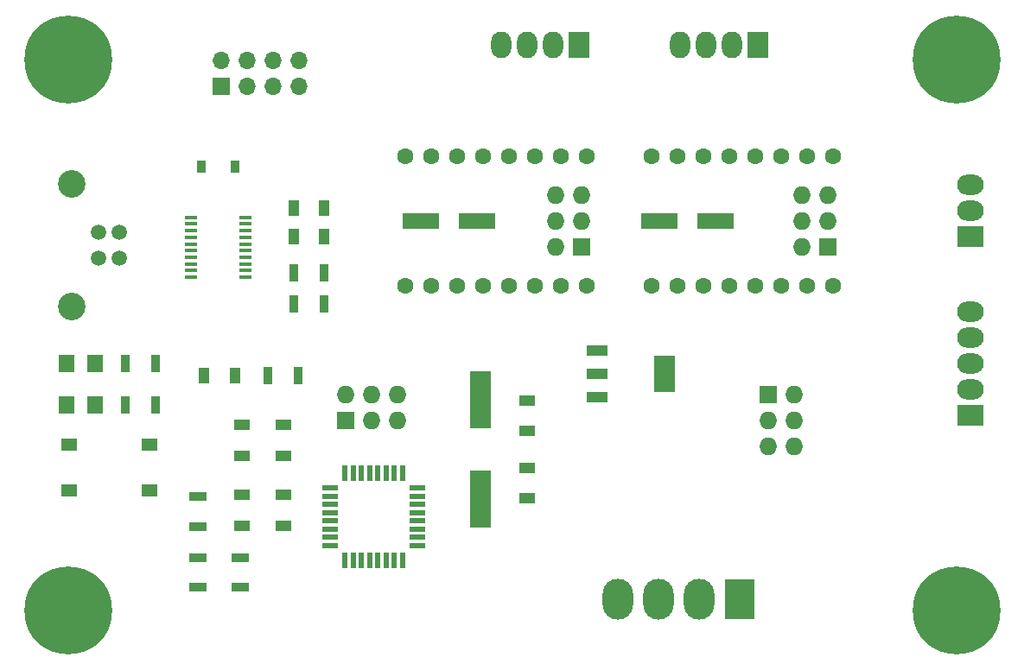
<source format=gbr>
G04 #@! TF.FileFunction,Soldermask,Top*
%FSLAX46Y46*%
G04 Gerber Fmt 4.6, Leading zero omitted, Abs format (unit mm)*
G04 Created by KiCad (PCBNEW 4.0.6) date Fri Sep  8 15:32:28 2017*
%MOMM*%
%LPD*%
G01*
G04 APERTURE LIST*
%ADD10C,0.100000*%
%ADD11R,1.600000X1.000000*%
%ADD12R,1.000000X1.600000*%
%ADD13R,3.599180X1.600200*%
%ADD14R,1.597660X1.800860*%
%ADD15R,1.600000X0.550000*%
%ADD16R,0.550000X1.600000*%
%ADD17R,1.727200X1.727200*%
%ADD18O,1.727200X1.727200*%
%ADD19R,1.700000X0.900000*%
%ADD20R,0.900000X1.700000*%
%ADD21R,1.270000X0.406400*%
%ADD22R,2.100580X5.600700*%
%ADD23R,1.550000X1.300000*%
%ADD24R,2.032000X3.657600*%
%ADD25R,2.032000X1.016000*%
%ADD26R,0.900000X1.200000*%
%ADD27C,1.520000*%
%ADD28C,2.700000*%
%ADD29C,1.600000*%
%ADD30C,8.600000*%
%ADD31C,0.700000*%
%ADD32R,3.000000X4.000000*%
%ADD33O,3.000000X4.000000*%
%ADD34R,2.600000X2.000000*%
%ADD35O,2.600000X2.000000*%
%ADD36R,2.000000X2.600000*%
%ADD37O,2.000000X2.600000*%
%ADD38R,1.700000X1.700000*%
%ADD39O,1.700000X1.700000*%
G04 APERTURE END LIST*
D10*
D11*
X66040000Y-85701000D03*
X66040000Y-82701000D03*
D12*
X61317000Y-70993000D03*
X58317000Y-70993000D03*
D11*
X61976000Y-82701000D03*
X61976000Y-85701000D03*
X61976000Y-78843000D03*
X61976000Y-75843000D03*
X89916000Y-83034000D03*
X89916000Y-80034000D03*
X89916000Y-73430000D03*
X89916000Y-76430000D03*
D12*
X70080000Y-54610000D03*
X67080000Y-54610000D03*
X70080000Y-57404000D03*
X67080000Y-57404000D03*
D11*
X66040000Y-78843000D03*
X66040000Y-75843000D03*
D13*
X102913180Y-55880000D03*
X108414820Y-55880000D03*
X79545180Y-55880000D03*
X85046820Y-55880000D03*
D14*
X44808140Y-73914000D03*
X47647860Y-73914000D03*
X44808140Y-69850000D03*
X47647860Y-69850000D03*
D15*
X79180000Y-87636000D03*
X79180000Y-86836000D03*
X79180000Y-86036000D03*
X79180000Y-85236000D03*
X79180000Y-84436000D03*
X79180000Y-83636000D03*
X79180000Y-82836000D03*
X79180000Y-82036000D03*
D16*
X77730000Y-80586000D03*
X76930000Y-80586000D03*
X76130000Y-80586000D03*
X75330000Y-80586000D03*
X74530000Y-80586000D03*
X73730000Y-80586000D03*
X72930000Y-80586000D03*
X72130000Y-80586000D03*
D15*
X70680000Y-82036000D03*
X70680000Y-82836000D03*
X70680000Y-83636000D03*
X70680000Y-84436000D03*
X70680000Y-85236000D03*
X70680000Y-86036000D03*
X70680000Y-86836000D03*
X70680000Y-87636000D03*
D16*
X72130000Y-89086000D03*
X72930000Y-89086000D03*
X73730000Y-89086000D03*
X74530000Y-89086000D03*
X75330000Y-89086000D03*
X76130000Y-89086000D03*
X76930000Y-89086000D03*
X77730000Y-89086000D03*
D17*
X72136000Y-75438000D03*
D18*
X72136000Y-72898000D03*
X74676000Y-75438000D03*
X74676000Y-72898000D03*
X77216000Y-75438000D03*
X77216000Y-72898000D03*
D17*
X119380000Y-58420000D03*
D18*
X116840000Y-58420000D03*
X119380000Y-55880000D03*
X116840000Y-55880000D03*
X119380000Y-53340000D03*
X116840000Y-53340000D03*
D17*
X95250000Y-58420000D03*
D18*
X92710000Y-58420000D03*
X95250000Y-55880000D03*
X92710000Y-55880000D03*
X95250000Y-53340000D03*
X92710000Y-53340000D03*
D19*
X57658000Y-85778000D03*
X57658000Y-82878000D03*
X61849000Y-88847000D03*
X61849000Y-91747000D03*
X57658000Y-88847000D03*
X57658000Y-91747000D03*
D20*
X50620000Y-73914000D03*
X53520000Y-73914000D03*
X50620000Y-69850000D03*
X53520000Y-69850000D03*
X67130000Y-64008000D03*
X70030000Y-64008000D03*
X67130000Y-60960000D03*
X70030000Y-60960000D03*
X67490000Y-70993000D03*
X64590000Y-70993000D03*
D17*
X113538000Y-72898000D03*
D18*
X116078000Y-72898000D03*
X113538000Y-75438000D03*
X116078000Y-75438000D03*
X113538000Y-77978000D03*
X116078000Y-77978000D03*
D21*
X57023000Y-55499000D03*
X57023000Y-56134000D03*
X57023000Y-56794400D03*
X57023000Y-57454800D03*
X57023000Y-58089800D03*
X57023000Y-58750200D03*
X57023000Y-59410600D03*
X57023000Y-60045600D03*
X57023000Y-60706000D03*
X57023000Y-61341000D03*
X62357000Y-61341000D03*
X62357000Y-60706000D03*
X62357000Y-60045600D03*
X62357000Y-59410600D03*
X62357000Y-58750200D03*
X62357000Y-58089800D03*
X62357000Y-57454800D03*
X62357000Y-56794400D03*
X62357000Y-56134000D03*
X62357000Y-55499000D03*
D22*
X85344000Y-73383140D03*
X85344000Y-83080860D03*
D23*
X45047000Y-82260000D03*
X45047000Y-77760000D03*
X52997000Y-77760000D03*
X52997000Y-82260000D03*
D24*
X103378000Y-70866000D03*
D25*
X96774000Y-70866000D03*
X96774000Y-73152000D03*
X96774000Y-68580000D03*
D26*
X61340000Y-50546000D03*
X58040000Y-50546000D03*
D27*
X50000000Y-56960000D03*
X50000000Y-59500000D03*
X48000000Y-59500000D03*
X48000000Y-56960000D03*
D28*
X45300000Y-52230000D03*
X45300000Y-64230000D03*
D29*
X119888000Y-49530000D03*
X117348000Y-49530000D03*
X114808000Y-49530000D03*
X112268000Y-49530000D03*
X109728000Y-49530000D03*
X107188000Y-49530000D03*
X104648000Y-49530000D03*
X102108000Y-49530000D03*
X102108000Y-62230000D03*
X104648000Y-62230000D03*
X107188000Y-62230000D03*
X109728000Y-62230000D03*
X112268000Y-62230000D03*
X114808000Y-62230000D03*
X117348000Y-62230000D03*
X119888000Y-62230000D03*
X95758000Y-49530000D03*
X93218000Y-49530000D03*
X90678000Y-49530000D03*
X88138000Y-49530000D03*
X85598000Y-49530000D03*
X83058000Y-49530000D03*
X80518000Y-49530000D03*
X77978000Y-49530000D03*
X77978000Y-62230000D03*
X80518000Y-62230000D03*
X83058000Y-62230000D03*
X85598000Y-62230000D03*
X88138000Y-62230000D03*
X90678000Y-62230000D03*
X93218000Y-62230000D03*
X95758000Y-62230000D03*
D30*
X132000000Y-40000000D03*
D31*
X135225000Y-40000000D03*
X134280419Y-42280419D03*
X132000000Y-43225000D03*
X129719581Y-42280419D03*
X128775000Y-40000000D03*
X129719581Y-37719581D03*
X132000000Y-36775000D03*
X134280419Y-37719581D03*
D30*
X45000000Y-40000000D03*
D31*
X48225000Y-40000000D03*
X47280419Y-42280419D03*
X45000000Y-43225000D03*
X42719581Y-42280419D03*
X41775000Y-40000000D03*
X42719581Y-37719581D03*
X45000000Y-36775000D03*
X47280419Y-37719581D03*
D30*
X45000000Y-94000000D03*
D31*
X48225000Y-94000000D03*
X47280419Y-96280419D03*
X45000000Y-97225000D03*
X42719581Y-96280419D03*
X41775000Y-94000000D03*
X42719581Y-91719581D03*
X45000000Y-90775000D03*
X47280419Y-91719581D03*
D30*
X132000000Y-94000000D03*
D31*
X135225000Y-94000000D03*
X134280419Y-96280419D03*
X132000000Y-97225000D03*
X129719581Y-96280419D03*
X128775000Y-94000000D03*
X129719581Y-91719581D03*
X132000000Y-90775000D03*
X134280419Y-91719581D03*
D32*
X110744000Y-92964000D03*
D33*
X106781600Y-92964000D03*
X102819200Y-92964000D03*
X98856800Y-92964000D03*
D34*
X133350000Y-74930000D03*
D35*
X133350000Y-72390000D03*
X133350000Y-69850000D03*
X133350000Y-67310000D03*
X133350000Y-64770000D03*
D34*
X133350000Y-57404000D03*
D35*
X133350000Y-54864000D03*
X133350000Y-52324000D03*
D36*
X112522000Y-38608000D03*
D37*
X109982000Y-38608000D03*
X107442000Y-38608000D03*
X104902000Y-38608000D03*
D36*
X94996000Y-38608000D03*
D37*
X92456000Y-38608000D03*
X89916000Y-38608000D03*
X87376000Y-38608000D03*
D38*
X59944000Y-42672000D03*
D39*
X59944000Y-40132000D03*
X62484000Y-42672000D03*
X62484000Y-40132000D03*
X65024000Y-42672000D03*
X65024000Y-40132000D03*
X67564000Y-42672000D03*
X67564000Y-40132000D03*
M02*

</source>
